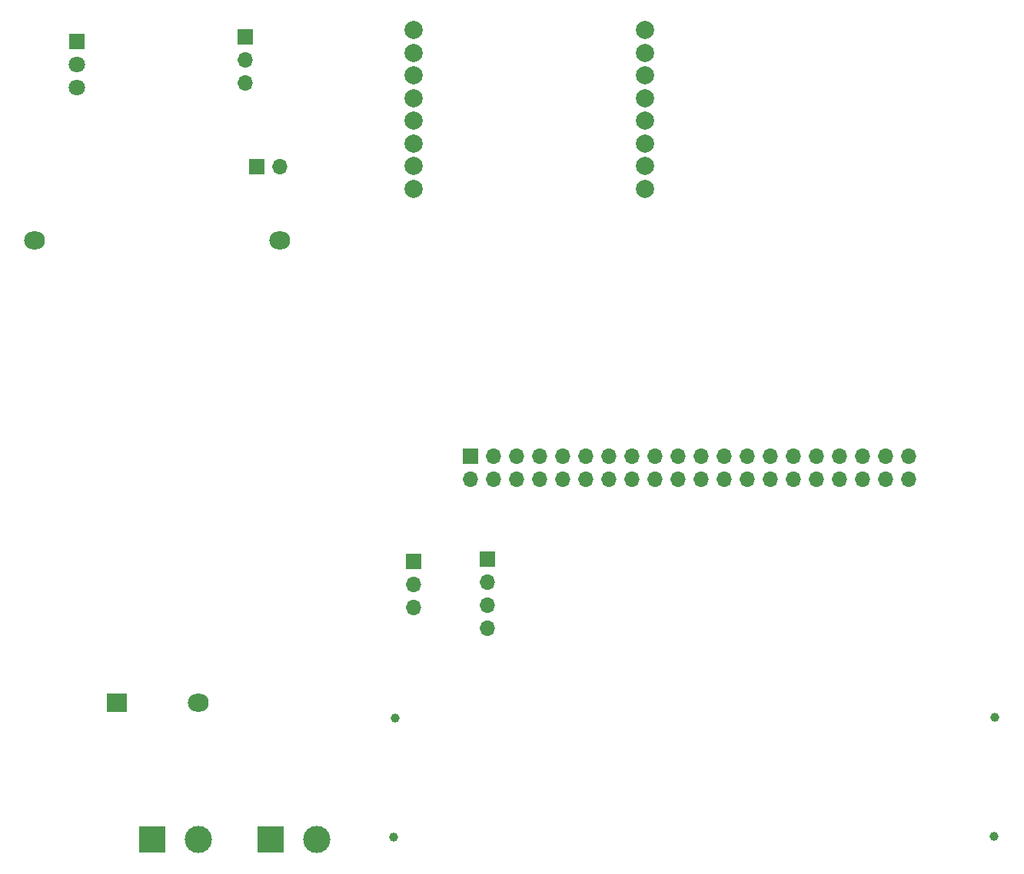
<source format=gbr>
%TF.GenerationSoftware,KiCad,Pcbnew,8.0.0*%
%TF.CreationDate,2024-08-20T19:28:26+02:00*%
%TF.ProjectId,MK1,4d4b312e-6b69-4636-9164-5f7063625858,rev?*%
%TF.SameCoordinates,Original*%
%TF.FileFunction,Copper,L1,Top*%
%TF.FilePolarity,Positive*%
%FSLAX46Y46*%
G04 Gerber Fmt 4.6, Leading zero omitted, Abs format (unit mm)*
G04 Created by KiCad (PCBNEW 8.0.0) date 2024-08-20 19:28:26*
%MOMM*%
%LPD*%
G01*
G04 APERTURE LIST*
%TA.AperFunction,ComponentPad*%
%ADD10O,1.700000X1.700000*%
%TD*%
%TA.AperFunction,ComponentPad*%
%ADD11R,1.700000X1.700000*%
%TD*%
%TA.AperFunction,ComponentPad*%
%ADD12C,2.000000*%
%TD*%
%TA.AperFunction,ComponentPad*%
%ADD13C,3.000000*%
%TD*%
%TA.AperFunction,ComponentPad*%
%ADD14R,3.000000X3.000000*%
%TD*%
%TA.AperFunction,ComponentPad*%
%ADD15C,1.800000*%
%TD*%
%TA.AperFunction,ComponentPad*%
%ADD16R,1.800000X1.800000*%
%TD*%
%TA.AperFunction,ComponentPad*%
%ADD17O,2.300000X2.000000*%
%TD*%
%TA.AperFunction,ComponentPad*%
%ADD18R,2.300000X2.000000*%
%TD*%
%TA.AperFunction,ComponentPad*%
%ADD19C,1.000000*%
%TD*%
G04 APERTURE END LIST*
D10*
%TO.P,3.3V_Relais1,1,3.3V*%
%TO.N,Net-(3.3V_Relais1-3.3V)*%
X61450000Y-27680000D03*
%TO.P,3.3V_Relais1,2,GPIO*%
%TO.N,Net-(3.3V_Relais1-GPIO)*%
X61450000Y-25140000D03*
D11*
%TO.P,3.3V_Relais1,3,GND*%
%TO.N,GND*%
X61450000Y-22600000D03*
%TD*%
D10*
%TO.P,power_out1,2,DC5V*%
%TO.N,Net-(PS1-+Vout)*%
X65195000Y-36835000D03*
D11*
%TO.P,power_out1,1,GND*%
%TO.N,GND*%
X62655000Y-36835000D03*
%TD*%
D10*
%TO.P,J1,40,GPIO21/SCLK1*%
%TO.N,Net-(J1-GPIO21{slash}SCLK1)*%
X134447500Y-71337500D03*
%TO.P,J1,39,GND*%
%TO.N,GND*%
X134447500Y-68797500D03*
%TO.P,J1,38,GPIO20/MOSI1*%
%TO.N,Net-(J1-GPIO20{slash}MOSI1)*%
X131907500Y-71337500D03*
%TO.P,J1,37,GPIO26*%
%TO.N,unconnected-(J1-GPIO26-Pad37)*%
X131907500Y-68797500D03*
%TO.P,J1,36,GPIO16*%
%TO.N,Net-(J1-GPIO16)*%
X129367500Y-71337500D03*
%TO.P,J1,35,GPIO19/MISO1*%
%TO.N,unconnected-(J1-GPIO19{slash}MISO1-Pad35)*%
X129367500Y-68797500D03*
%TO.P,J1,34,GND*%
%TO.N,GND*%
X126827500Y-71337500D03*
%TO.P,J1,33,PWM1/GPIO13*%
%TO.N,unconnected-(J1-PWM1{slash}GPIO13-Pad33)*%
X126827500Y-68797500D03*
%TO.P,J1,32,PWM0/GPIO12*%
%TO.N,unconnected-(J1-PWM0{slash}GPIO12-Pad32)*%
X124287500Y-71337500D03*
%TO.P,J1,31,GCLK2/GPIO6*%
%TO.N,unconnected-(J1-GCLK2{slash}GPIO6-Pad31)*%
X124287500Y-68797500D03*
%TO.P,J1,30,GND*%
%TO.N,GND*%
X121747500Y-71337500D03*
%TO.P,J1,29,GCLK1/GPIO5*%
%TO.N,unconnected-(J1-GCLK1{slash}GPIO5-Pad29)*%
X121747500Y-68797500D03*
%TO.P,J1,28,ID_SC/GPIO1*%
%TO.N,unconnected-(J1-ID_SC{slash}GPIO1-Pad28)*%
X119207500Y-71337500D03*
%TO.P,J1,27,ID_SD/GPIO0*%
%TO.N,unconnected-(J1-ID_SD{slash}GPIO0-Pad27)*%
X119207500Y-68797500D03*
%TO.P,J1,26,~{CE1}/GPIO7*%
%TO.N,unconnected-(J1-~{CE1}{slash}GPIO7-Pad26)*%
X116667500Y-71337500D03*
%TO.P,J1,25,GND*%
%TO.N,GND*%
X116667500Y-68797500D03*
%TO.P,J1,24,~{CE0}/GPIO8*%
%TO.N,Net-(J1-~{CE0}{slash}GPIO8)*%
X114127500Y-71337500D03*
%TO.P,J1,23,SCLK0/GPIO11*%
%TO.N,Net-(J1-SCLK0{slash}GPIO11)*%
X114127500Y-68797500D03*
%TO.P,J1,22,GPIO25*%
%TO.N,Net-(J1-GPIO25)*%
X111587500Y-71337500D03*
%TO.P,J1,21,MISO0/GPIO9*%
%TO.N,Net-(J1-MISO0{slash}GPIO9)*%
X111587500Y-68797500D03*
%TO.P,J1,20,GND*%
%TO.N,GND*%
X109047500Y-71337500D03*
%TO.P,J1,19,MOSI0/GPIO10*%
%TO.N,Net-(J1-MOSI0{slash}GPIO10)*%
X109047500Y-68797500D03*
%TO.P,J1,18,GPIO24*%
%TO.N,unconnected-(J1-GPIO24-Pad18)*%
X106507500Y-71337500D03*
%TO.P,J1,17,3V3*%
%TO.N,Net-(J1-3V3-Pad1)*%
X106507500Y-68797500D03*
%TO.P,J1,16,GPIO23*%
%TO.N,unconnected-(J1-GPIO23-Pad16)*%
X103967500Y-71337500D03*
%TO.P,J1,15,GPIO22*%
%TO.N,Net-(J1-GPIO22)*%
X103967500Y-68797500D03*
%TO.P,J1,14,GND*%
%TO.N,GND*%
X101427500Y-71337500D03*
%TO.P,J1,13,GPIO27*%
%TO.N,unconnected-(J1-GPIO27-Pad13)*%
X101427500Y-68797500D03*
%TO.P,J1,12,GPIO18/PWM0*%
%TO.N,unconnected-(J1-GPIO18{slash}PWM0-Pad12)*%
X98887500Y-71337500D03*
%TO.P,J1,11,GPIO17*%
%TO.N,unconnected-(J1-GPIO17-Pad11)*%
X98887500Y-68797500D03*
%TO.P,J1,10,GPIO15/RXD*%
%TO.N,unconnected-(J1-GPIO15{slash}RXD-Pad10)*%
X96347500Y-71337500D03*
%TO.P,J1,9,GND*%
%TO.N,GND*%
X96347500Y-68797500D03*
%TO.P,J1,8,GPIO14/TXD*%
%TO.N,unconnected-(J1-GPIO14{slash}TXD-Pad8)*%
X93807500Y-71337500D03*
%TO.P,J1,7,GCLK0/GPIO4*%
%TO.N,Net-(J1-GCLK0{slash}GPIO4)*%
X93807500Y-68797500D03*
%TO.P,J1,6,GND*%
%TO.N,GND*%
X91267500Y-71337500D03*
%TO.P,J1,5,SCL/GPIO3*%
%TO.N,unconnected-(J1-SCL{slash}GPIO3-Pad5)*%
X91267500Y-68797500D03*
%TO.P,J1,4,5V*%
%TO.N,Net-(PS1-+Vout)*%
X88727500Y-71337500D03*
%TO.P,J1,3,SDA/GPIO2*%
%TO.N,Net-(3.3V_Relais1-GPIO)*%
X88727500Y-68797500D03*
%TO.P,J1,2,5V*%
%TO.N,Net-(PS1-+Vout)*%
X86187500Y-71337500D03*
D11*
%TO.P,J1,1,3V3*%
%TO.N,Net-(J1-3V3-Pad1)*%
X86187500Y-68797500D03*
%TD*%
D12*
%TO.P,LoRa-module1,16,GND*%
%TO.N,GND*%
X105420000Y-21820000D03*
%TO.P,LoRa-module1,15,~{NSS}*%
%TO.N,Net-(J1-~{CE0}{slash}GPIO8)*%
X105420000Y-24320000D03*
%TO.P,LoRa-module1,14,MOSI*%
%TO.N,Net-(J1-MOSI0{slash}GPIO10)*%
X105420000Y-26820000D03*
%TO.P,LoRa-module1,13,MISO*%
%TO.N,Net-(J1-MISO0{slash}GPIO9)*%
X105420000Y-29320000D03*
%TO.P,LoRa-module1,12,SCK*%
%TO.N,Net-(J1-SCLK0{slash}GPIO11)*%
X105420000Y-31820000D03*
%TO.P,LoRa-module1,11,DIO5*%
%TO.N,unconnected-(LoRa-module1-DIO5-Pad11)*%
X105420000Y-34320000D03*
%TO.P,LoRa-module1,10,DIO4*%
%TO.N,unconnected-(LoRa-module1-DIO4-Pad10)*%
X105420000Y-36820000D03*
%TO.P,LoRa-module1,9,GND*%
%TO.N,GND*%
X105420000Y-39320000D03*
%TO.P,LoRa-module1,8,DIO3*%
%TO.N,unconnected-(LoRa-module1-DIO3-Pad8)*%
X79920000Y-39320000D03*
%TO.P,LoRa-module1,7,DIO2*%
%TO.N,unconnected-(LoRa-module1-DIO2-Pad7)*%
X79920000Y-36820000D03*
%TO.P,LoRa-module1,6,DIO1*%
%TO.N,unconnected-(LoRa-module1-DIO1-Pad6)*%
X79920000Y-34320000D03*
%TO.P,LoRa-module1,5,DIO0*%
%TO.N,Net-(J1-GCLK0{slash}GPIO4)*%
X79920000Y-31820000D03*
%TO.P,LoRa-module1,4,~{RESET}*%
%TO.N,Net-(J1-GPIO22)*%
X79920000Y-29320000D03*
%TO.P,LoRa-module1,3,VDD*%
%TO.N,Net-(3.3V_Relais1-3.3V)*%
X79920000Y-26820000D03*
%TO.P,LoRa-module1,2,GND*%
%TO.N,GND*%
X79920000Y-24320000D03*
%TO.P,LoRa-module1,1,GND*%
X79920000Y-21820000D03*
%TD*%
D13*
%TO.P,AC220V_inlet1,2,N*%
%TO.N,Net-(AC220V_inlet1-N)*%
X56250000Y-111060000D03*
D14*
%TO.P,AC220V_inlet1,1,AC*%
%TO.N,Net-(AC220V_inlet1-AC)*%
X51170000Y-111060000D03*
%TD*%
D15*
%TO.P,U2,3,5V_IN*%
%TO.N,Net-(PS1-+Vout)*%
X42845000Y-28155000D03*
%TO.P,U2,2,3.3V_OUT*%
%TO.N,Net-(3.3V_Relais1-3.3V)*%
X42845000Y-25615000D03*
D16*
%TO.P,U2,1,GND*%
%TO.N,GND*%
X42845000Y-23075000D03*
%TD*%
D10*
%TO.P,LED_traffic_light1,4,G*%
%TO.N,Net-(J1-GPIO21{slash}SCLK1)*%
X88120000Y-87800000D03*
%TO.P,LED_traffic_light1,3,Y*%
%TO.N,Net-(J1-GPIO20{slash}MOSI1)*%
X88120000Y-85260000D03*
%TO.P,LED_traffic_light1,2,R*%
%TO.N,Net-(J1-GPIO16)*%
X88120000Y-82720000D03*
D11*
%TO.P,LED_traffic_light1,1,GND*%
%TO.N,GND*%
X88120000Y-80180000D03*
%TD*%
D17*
%TO.P,PS1,4,+Vout*%
%TO.N,Net-(PS1-+Vout)*%
X65242500Y-44997500D03*
%TO.P,PS1,3,-Vout*%
%TO.N,GND*%
X38242500Y-44997500D03*
%TO.P,PS1,2,AC/N*%
%TO.N,Net-(AC220V_inlet1-N)*%
X56242500Y-95997500D03*
D18*
%TO.P,PS1,1,AC/L*%
%TO.N,Net-(AC220V_inlet1-AC)*%
X47242500Y-95997500D03*
%TD*%
D13*
%TO.P,AC220V_outlet1,2,N*%
%TO.N,Net-(AC220V_inlet1-N)*%
X69250000Y-111060000D03*
D14*
%TO.P,AC220V_outlet1,1,AC*%
%TO.N,Net-(AC220V_inlet1-AC)*%
X64170000Y-111060000D03*
%TD*%
D19*
%TO.P,REF\u002A\u002A,4*%
%TO.N,N/C*%
X143890000Y-110690000D03*
%TO.P,REF\u002A\u002A,3*%
X143990000Y-97590000D03*
%TO.P,REF\u002A\u002A,2*%
X77790000Y-110790000D03*
%TO.P,REF\u002A\u002A,1*%
X77890000Y-97690000D03*
%TD*%
D10*
%TO.P,temperature_sensor1,3,V_{DD}*%
%TO.N,Net-(PS1-+Vout)*%
X79990000Y-85435000D03*
%TO.P,temperature_sensor1,2,DQ*%
%TO.N,Net-(J1-GPIO25)*%
X79990000Y-82895000D03*
D11*
%TO.P,temperature_sensor1,1,GND*%
%TO.N,GND*%
X79990000Y-80355000D03*
%TD*%
M02*

</source>
